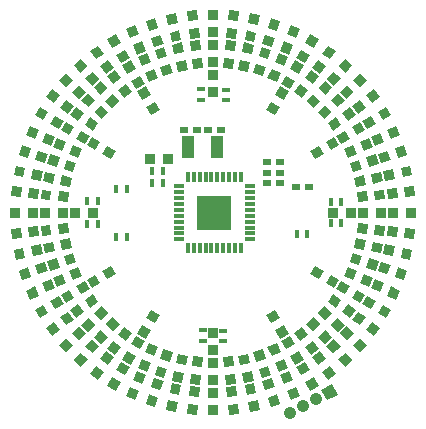
<source format=gts>
G04 #@! TF.FileFunction,Soldermask,Top*
%FSLAX46Y46*%
G04 Gerber Fmt 4.6, Leading zero omitted, Abs format (unit mm)*
G04 Created by KiCad (PCBNEW 4.0.6) date 02/04/18 20:59:17*
%MOMM*%
%LPD*%
G01*
G04 APERTURE LIST*
%ADD10C,0.100000*%
%ADD11R,0.440000X0.640000*%
%ADD12R,0.840000X0.840000*%
%ADD13R,0.640000X0.440000*%
%ADD14R,0.370000X0.940000*%
%ADD15R,0.940000X0.370000*%
%ADD16R,2.940000X2.940000*%
%ADD17C,0.340000*%
%ADD18R,0.640000X0.540000*%
%ADD19R,1.140000X1.940000*%
%ADD20C,1.040000*%
G04 APERTURE END LIST*
D10*
D11*
X94310000Y-108920000D03*
X93410000Y-108920000D03*
X108530000Y-110570000D03*
X109430000Y-110570000D03*
D10*
G36*
X104539731Y-101915483D02*
X103812269Y-101495483D01*
X104232269Y-100768021D01*
X104959731Y-101188021D01*
X104539731Y-101915483D01*
X104539731Y-101915483D01*
G37*
G36*
X103789731Y-103214521D02*
X103062269Y-102794521D01*
X103482269Y-102067059D01*
X104209731Y-102487059D01*
X103789731Y-103214521D01*
X103789731Y-103214521D01*
G37*
D12*
X98550000Y-99778000D03*
X98550000Y-101278000D03*
D10*
G36*
X93287731Y-101495483D02*
X92560269Y-101915483D01*
X92140269Y-101188021D01*
X92867731Y-100768021D01*
X93287731Y-101495483D01*
X93287731Y-101495483D01*
G37*
G36*
X94037731Y-102794521D02*
X93310269Y-103214521D01*
X92890269Y-102487059D01*
X93617731Y-102067059D01*
X94037731Y-102794521D01*
X94037731Y-102794521D01*
G37*
G36*
X89015483Y-105460269D02*
X88595483Y-106187731D01*
X87868021Y-105767731D01*
X88288021Y-105040269D01*
X89015483Y-105460269D01*
X89015483Y-105460269D01*
G37*
G36*
X90314521Y-106210269D02*
X89894521Y-106937731D01*
X89167059Y-106517731D01*
X89587059Y-105790269D01*
X90314521Y-106210269D01*
X90314521Y-106210269D01*
G37*
D12*
X86878000Y-111450000D03*
X88378000Y-111450000D03*
D10*
G36*
X88595483Y-116712268D02*
X89015483Y-117439730D01*
X88288021Y-117859730D01*
X87868021Y-117132268D01*
X88595483Y-116712268D01*
X88595483Y-116712268D01*
G37*
G36*
X89894521Y-115962268D02*
X90314521Y-116689730D01*
X89587059Y-117109730D01*
X89167059Y-116382268D01*
X89894521Y-115962268D01*
X89894521Y-115962268D01*
G37*
G36*
X92560270Y-120984517D02*
X93287732Y-121404517D01*
X92867732Y-122131979D01*
X92140270Y-121711979D01*
X92560270Y-120984517D01*
X92560270Y-120984517D01*
G37*
G36*
X93310270Y-119685479D02*
X94037732Y-120105479D01*
X93617732Y-120832941D01*
X92890270Y-120412941D01*
X93310270Y-119685479D01*
X93310270Y-119685479D01*
G37*
D12*
X98550000Y-123122000D03*
X98550000Y-121622000D03*
D10*
G36*
X103812269Y-121404517D02*
X104539731Y-120984517D01*
X104959731Y-121711979D01*
X104232269Y-122131979D01*
X103812269Y-121404517D01*
X103812269Y-121404517D01*
G37*
G36*
X103062269Y-120105479D02*
X103789731Y-119685479D01*
X104209731Y-120412941D01*
X103482269Y-120832941D01*
X103062269Y-120105479D01*
X103062269Y-120105479D01*
G37*
G36*
X108084517Y-117439730D02*
X108504517Y-116712268D01*
X109231979Y-117132268D01*
X108811979Y-117859730D01*
X108084517Y-117439730D01*
X108084517Y-117439730D01*
G37*
G36*
X106785479Y-116689730D02*
X107205479Y-115962268D01*
X107932941Y-116382268D01*
X107512941Y-117109730D01*
X106785479Y-116689730D01*
X106785479Y-116689730D01*
G37*
D12*
X110222000Y-111450000D03*
X108722000Y-111450000D03*
D11*
X108520000Y-112320000D03*
X109420000Y-112320000D03*
D10*
G36*
X112310347Y-110426043D02*
X112222543Y-109590645D01*
X113057941Y-109502841D01*
X113145745Y-110338239D01*
X112310347Y-110426043D01*
X112310347Y-110426043D01*
G37*
G36*
X110818565Y-110582835D02*
X110730761Y-109747437D01*
X111566159Y-109659633D01*
X111653963Y-110495031D01*
X110818565Y-110582835D01*
X110818565Y-110582835D01*
G37*
G36*
X112127935Y-108993304D02*
X111953289Y-108171660D01*
X112774933Y-107997014D01*
X112949579Y-108818658D01*
X112127935Y-108993304D01*
X112127935Y-108993304D01*
G37*
G36*
X110660713Y-109305172D02*
X110486067Y-108483528D01*
X111307711Y-108308882D01*
X111482357Y-109130526D01*
X110660713Y-109305172D01*
X110660713Y-109305172D01*
G37*
G36*
X111796757Y-107587482D02*
X111537183Y-106788594D01*
X112336071Y-106529020D01*
X112595645Y-107327908D01*
X111796757Y-107587482D01*
X111796757Y-107587482D01*
G37*
G36*
X110370173Y-108051008D02*
X110110599Y-107252120D01*
X110909487Y-106992546D01*
X111169061Y-107791434D01*
X110370173Y-108051008D01*
X110370173Y-108051008D01*
G37*
G36*
X111320447Y-106223978D02*
X110978789Y-105456600D01*
X111746167Y-105114942D01*
X112087825Y-105882320D01*
X111320447Y-106223978D01*
X111320447Y-106223978D01*
G37*
G36*
X109950129Y-106834082D02*
X109608471Y-106066704D01*
X110375849Y-105725046D01*
X110717507Y-106492424D01*
X109950129Y-106834082D01*
X109950129Y-106834082D01*
G37*
G36*
X110704221Y-104917731D02*
X110284221Y-104190269D01*
X111011683Y-103770269D01*
X111431683Y-104497731D01*
X110704221Y-104917731D01*
X110704221Y-104917731D01*
G37*
G36*
X109405183Y-105667731D02*
X108985183Y-104940269D01*
X109712645Y-104520269D01*
X110132645Y-105247731D01*
X109405183Y-105667731D01*
X109405183Y-105667731D01*
G37*
G36*
X109954832Y-103683053D02*
X109461092Y-103003479D01*
X110140666Y-102509739D01*
X110634406Y-103189313D01*
X109954832Y-103683053D01*
X109954832Y-103683053D01*
G37*
G36*
X108741306Y-104564731D02*
X108247566Y-103885157D01*
X108927140Y-103391417D01*
X109420880Y-104070991D01*
X108741306Y-104564731D01*
X108741306Y-104564731D01*
G37*
G36*
X109080488Y-102533472D02*
X108518418Y-101909230D01*
X109142660Y-101347160D01*
X109704730Y-101971402D01*
X109080488Y-102533472D01*
X109080488Y-102533472D01*
G37*
G36*
X107965770Y-103537168D02*
X107403700Y-102912926D01*
X108027942Y-102350856D01*
X108590012Y-102975098D01*
X107965770Y-103537168D01*
X107965770Y-103537168D01*
G37*
G36*
X108090770Y-101481582D02*
X107466528Y-100919512D01*
X108028598Y-100295270D01*
X108652840Y-100857340D01*
X108090770Y-101481582D01*
X108090770Y-101481582D01*
G37*
G36*
X107087074Y-102596300D02*
X106462832Y-102034230D01*
X107024902Y-101409988D01*
X107649144Y-101972058D01*
X107087074Y-102596300D01*
X107087074Y-102596300D01*
G37*
G36*
X106996521Y-100538908D02*
X106316947Y-100045168D01*
X106810687Y-99365594D01*
X107490261Y-99859334D01*
X106996521Y-100538908D01*
X106996521Y-100538908D01*
G37*
G36*
X106114843Y-101752434D02*
X105435269Y-101258694D01*
X105929009Y-100579120D01*
X106608583Y-101072860D01*
X106114843Y-101752434D01*
X106114843Y-101752434D01*
G37*
G36*
X105809731Y-99715779D02*
X105082269Y-99295779D01*
X105502269Y-98568317D01*
X106229731Y-98988317D01*
X105809731Y-99715779D01*
X105809731Y-99715779D01*
G37*
G36*
X105059731Y-101014817D02*
X104332269Y-100594817D01*
X104752269Y-99867355D01*
X105479731Y-100287355D01*
X105059731Y-101014817D01*
X105059731Y-101014817D01*
G37*
G36*
X104543400Y-99021211D02*
X103776022Y-98679553D01*
X104117680Y-97912175D01*
X104885058Y-98253833D01*
X104543400Y-99021211D01*
X104543400Y-99021211D01*
G37*
G36*
X103933296Y-100391529D02*
X103165918Y-100049871D01*
X103507576Y-99282493D01*
X104274954Y-99624151D01*
X103933296Y-100391529D01*
X103933296Y-100391529D01*
G37*
G36*
X103211406Y-98462817D02*
X102412518Y-98203243D01*
X102672092Y-97404355D01*
X103470980Y-97663929D01*
X103211406Y-98462817D01*
X103211406Y-98462817D01*
G37*
G36*
X102747880Y-99889401D02*
X101948992Y-99629827D01*
X102208566Y-98830939D01*
X103007454Y-99090513D01*
X102747880Y-99889401D01*
X102747880Y-99889401D01*
G37*
D13*
X97520000Y-101900000D03*
X97520000Y-101000000D03*
D10*
G36*
X114836433Y-110160541D02*
X114748629Y-109325143D01*
X115584027Y-109237339D01*
X115671831Y-110072737D01*
X114836433Y-110160541D01*
X114836433Y-110160541D01*
G37*
G36*
X113344651Y-110317333D02*
X113256847Y-109481935D01*
X114092245Y-109394131D01*
X114180049Y-110229529D01*
X113344651Y-110317333D01*
X113344651Y-110317333D01*
G37*
G36*
X114612429Y-108465209D02*
X114437783Y-107643565D01*
X115259427Y-107468919D01*
X115434073Y-108290563D01*
X114612429Y-108465209D01*
X114612429Y-108465209D01*
G37*
G36*
X113145207Y-108777077D02*
X112970561Y-107955433D01*
X113792205Y-107780787D01*
X113966851Y-108602431D01*
X113145207Y-108777077D01*
X113145207Y-108777077D01*
G37*
G36*
X114212441Y-106802579D02*
X113952867Y-106003691D01*
X114751755Y-105744117D01*
X115011329Y-106543005D01*
X114212441Y-106802579D01*
X114212441Y-106802579D01*
G37*
G36*
X112785857Y-107266105D02*
X112526283Y-106467217D01*
X113325171Y-106207643D01*
X113584745Y-107006531D01*
X112785857Y-107266105D01*
X112785857Y-107266105D01*
G37*
G36*
X113640853Y-105190867D02*
X113299195Y-104423489D01*
X114066573Y-104081831D01*
X114408231Y-104849209D01*
X113640853Y-105190867D01*
X113640853Y-105190867D01*
G37*
G36*
X112270535Y-105800971D02*
X111928877Y-105033593D01*
X112696255Y-104691935D01*
X113037913Y-105459313D01*
X112270535Y-105800971D01*
X112270535Y-105800971D01*
G37*
G36*
X112903926Y-103647731D02*
X112483926Y-102920269D01*
X113211388Y-102500269D01*
X113631388Y-103227731D01*
X112903926Y-103647731D01*
X112903926Y-103647731D01*
G37*
G36*
X111604888Y-104397731D02*
X111184888Y-103670269D01*
X111912350Y-103250269D01*
X112332350Y-103977731D01*
X111604888Y-104397731D01*
X111604888Y-104397731D01*
G37*
G36*
X112009735Y-102190079D02*
X111515995Y-101510505D01*
X112195569Y-101016765D01*
X112689309Y-101696339D01*
X112009735Y-102190079D01*
X112009735Y-102190079D01*
G37*
G36*
X110796209Y-103071757D02*
X110302469Y-102392183D01*
X110982043Y-101898443D01*
X111475783Y-102578017D01*
X110796209Y-103071757D01*
X110796209Y-103071757D01*
G37*
G36*
X110968076Y-100833881D02*
X110406006Y-100209639D01*
X111030248Y-99647569D01*
X111592318Y-100271811D01*
X110968076Y-100833881D01*
X110968076Y-100833881D01*
G37*
G36*
X109853358Y-101837577D02*
X109291288Y-101213335D01*
X109915530Y-100651265D01*
X110477600Y-101275507D01*
X109853358Y-101837577D01*
X109853358Y-101837577D01*
G37*
G36*
X109790361Y-99593994D02*
X109166119Y-99031924D01*
X109728189Y-98407682D01*
X110352431Y-98969752D01*
X109790361Y-99593994D01*
X109790361Y-99593994D01*
G37*
G36*
X108786665Y-100708712D02*
X108162423Y-100146642D01*
X108724493Y-99522400D01*
X109348735Y-100084470D01*
X108786665Y-100708712D01*
X108786665Y-100708712D01*
G37*
G36*
X108489495Y-98484005D02*
X107809921Y-97990265D01*
X108303661Y-97310691D01*
X108983235Y-97804431D01*
X108489495Y-98484005D01*
X108489495Y-98484005D01*
G37*
G36*
X107607817Y-99697531D02*
X106928243Y-99203791D01*
X107421983Y-98524217D01*
X108101557Y-99017957D01*
X107607817Y-99697531D01*
X107607817Y-99697531D01*
G37*
G36*
X107079731Y-97516074D02*
X106352269Y-97096074D01*
X106772269Y-96368612D01*
X107499731Y-96788612D01*
X107079731Y-97516074D01*
X107079731Y-97516074D01*
G37*
G36*
X106329731Y-98815112D02*
X105602269Y-98395112D01*
X106022269Y-97667650D01*
X106749731Y-98087650D01*
X106329731Y-98815112D01*
X106329731Y-98815112D01*
G37*
G36*
X105576511Y-96700805D02*
X104809133Y-96359147D01*
X105150791Y-95591769D01*
X105918169Y-95933427D01*
X105576511Y-96700805D01*
X105576511Y-96700805D01*
G37*
G36*
X104966407Y-98071123D02*
X104199029Y-97729465D01*
X104540687Y-96962087D01*
X105308065Y-97303745D01*
X104966407Y-98071123D01*
X104966407Y-98071123D01*
G37*
G36*
X103996309Y-96047133D02*
X103197421Y-95787559D01*
X103456995Y-94988671D01*
X104255883Y-95248245D01*
X103996309Y-96047133D01*
X103996309Y-96047133D01*
G37*
G36*
X103532783Y-97473717D02*
X102733895Y-97214143D01*
X102993469Y-96415255D01*
X103792357Y-96674829D01*
X103532783Y-97473717D01*
X103532783Y-97473717D01*
G37*
D13*
X99640000Y-101940000D03*
X99640000Y-101040000D03*
D10*
G36*
X101828340Y-98046711D02*
X101006696Y-97872065D01*
X101181342Y-97050421D01*
X102002986Y-97225067D01*
X101828340Y-98046711D01*
X101828340Y-98046711D01*
G37*
G36*
X101516472Y-99513933D02*
X100694828Y-99339287D01*
X100869474Y-98517643D01*
X101691118Y-98692289D01*
X101516472Y-99513933D01*
X101516472Y-99513933D01*
G37*
G36*
X100409355Y-97777457D02*
X99573957Y-97689653D01*
X99661761Y-96854255D01*
X100497159Y-96942059D01*
X100409355Y-97777457D01*
X100409355Y-97777457D01*
G37*
G36*
X100252563Y-99269239D02*
X99417165Y-99181435D01*
X99504969Y-98346037D01*
X100340367Y-98433841D01*
X100252563Y-99269239D01*
X100252563Y-99269239D01*
G37*
D12*
X98550000Y-97238000D03*
X98550000Y-98738000D03*
D10*
G36*
X97526043Y-97689653D02*
X96690645Y-97777457D01*
X96602841Y-96942059D01*
X97438239Y-96854255D01*
X97526043Y-97689653D01*
X97526043Y-97689653D01*
G37*
G36*
X97682835Y-99181435D02*
X96847437Y-99269239D01*
X96759633Y-98433841D01*
X97595031Y-98346037D01*
X97682835Y-99181435D01*
X97682835Y-99181435D01*
G37*
G36*
X96093304Y-97872065D02*
X95271660Y-98046711D01*
X95097014Y-97225067D01*
X95918658Y-97050421D01*
X96093304Y-97872065D01*
X96093304Y-97872065D01*
G37*
G36*
X96405172Y-99339287D02*
X95583528Y-99513933D01*
X95408882Y-98692289D01*
X96230526Y-98517643D01*
X96405172Y-99339287D01*
X96405172Y-99339287D01*
G37*
G36*
X94687482Y-98203243D02*
X93888594Y-98462817D01*
X93629020Y-97663929D01*
X94427908Y-97404355D01*
X94687482Y-98203243D01*
X94687482Y-98203243D01*
G37*
G36*
X95151008Y-99629827D02*
X94352120Y-99889401D01*
X94092546Y-99090513D01*
X94891434Y-98830939D01*
X95151008Y-99629827D01*
X95151008Y-99629827D01*
G37*
G36*
X93323978Y-98679553D02*
X92556600Y-99021211D01*
X92214942Y-98253833D01*
X92982320Y-97912175D01*
X93323978Y-98679553D01*
X93323978Y-98679553D01*
G37*
G36*
X93934082Y-100049871D02*
X93166704Y-100391529D01*
X92825046Y-99624151D01*
X93592424Y-99282493D01*
X93934082Y-100049871D01*
X93934082Y-100049871D01*
G37*
G36*
X92017731Y-99295779D02*
X91290269Y-99715779D01*
X90870269Y-98988317D01*
X91597731Y-98568317D01*
X92017731Y-99295779D01*
X92017731Y-99295779D01*
G37*
G36*
X92767731Y-100594817D02*
X92040269Y-101014817D01*
X91620269Y-100287355D01*
X92347731Y-99867355D01*
X92767731Y-100594817D01*
X92767731Y-100594817D01*
G37*
G36*
X90783053Y-100045168D02*
X90103479Y-100538908D01*
X89609739Y-99859334D01*
X90289313Y-99365594D01*
X90783053Y-100045168D01*
X90783053Y-100045168D01*
G37*
G36*
X91664731Y-101258694D02*
X90985157Y-101752434D01*
X90491417Y-101072860D01*
X91170991Y-100579120D01*
X91664731Y-101258694D01*
X91664731Y-101258694D01*
G37*
G36*
X89633472Y-100919512D02*
X89009230Y-101481582D01*
X88447160Y-100857340D01*
X89071402Y-100295270D01*
X89633472Y-100919512D01*
X89633472Y-100919512D01*
G37*
G36*
X90637168Y-102034230D02*
X90012926Y-102596300D01*
X89450856Y-101972058D01*
X90075098Y-101409988D01*
X90637168Y-102034230D01*
X90637168Y-102034230D01*
G37*
G36*
X88581582Y-101909230D02*
X88019512Y-102533472D01*
X87395270Y-101971402D01*
X87957340Y-101347160D01*
X88581582Y-101909230D01*
X88581582Y-101909230D01*
G37*
G36*
X89696300Y-102912926D02*
X89134230Y-103537168D01*
X88509988Y-102975098D01*
X89072058Y-102350856D01*
X89696300Y-102912926D01*
X89696300Y-102912926D01*
G37*
G36*
X87638908Y-103003479D02*
X87145168Y-103683053D01*
X86465594Y-103189313D01*
X86959334Y-102509739D01*
X87638908Y-103003479D01*
X87638908Y-103003479D01*
G37*
G36*
X88852434Y-103885157D02*
X88358694Y-104564731D01*
X87679120Y-104070991D01*
X88172860Y-103391417D01*
X88852434Y-103885157D01*
X88852434Y-103885157D01*
G37*
D11*
X88790000Y-110500000D03*
X87890000Y-110500000D03*
D10*
G36*
X102356435Y-95562217D02*
X101534791Y-95387571D01*
X101709437Y-94565927D01*
X102531081Y-94740573D01*
X102356435Y-95562217D01*
X102356435Y-95562217D01*
G37*
G36*
X102044567Y-97029439D02*
X101222923Y-96854793D01*
X101397569Y-96033149D01*
X102219213Y-96207795D01*
X102044567Y-97029439D01*
X102044567Y-97029439D01*
G37*
G36*
X100674857Y-95251371D02*
X99839459Y-95163567D01*
X99927263Y-94328169D01*
X100762661Y-94415973D01*
X100674857Y-95251371D01*
X100674857Y-95251371D01*
G37*
G36*
X100518065Y-96743153D02*
X99682667Y-96655349D01*
X99770471Y-95819951D01*
X100605869Y-95907755D01*
X100518065Y-96743153D01*
X100518065Y-96743153D01*
G37*
D12*
X98550000Y-94698000D03*
X98550000Y-96198000D03*
D10*
G36*
X97260541Y-95163567D02*
X96425143Y-95251371D01*
X96337339Y-94415973D01*
X97172737Y-94328169D01*
X97260541Y-95163567D01*
X97260541Y-95163567D01*
G37*
G36*
X97417333Y-96655349D02*
X96581935Y-96743153D01*
X96494131Y-95907755D01*
X97329529Y-95819951D01*
X97417333Y-96655349D01*
X97417333Y-96655349D01*
G37*
G36*
X95565209Y-95387571D02*
X94743565Y-95562217D01*
X94568919Y-94740573D01*
X95390563Y-94565927D01*
X95565209Y-95387571D01*
X95565209Y-95387571D01*
G37*
G36*
X95877077Y-96854793D02*
X95055433Y-97029439D01*
X94880787Y-96207795D01*
X95702431Y-96033149D01*
X95877077Y-96854793D01*
X95877077Y-96854793D01*
G37*
G36*
X90747731Y-97096074D02*
X90020269Y-97516074D01*
X89600269Y-96788612D01*
X90327731Y-96368612D01*
X90747731Y-97096074D01*
X90747731Y-97096074D01*
G37*
G36*
X91497731Y-98395112D02*
X90770269Y-98815112D01*
X90350269Y-98087650D01*
X91077731Y-97667650D01*
X91497731Y-98395112D01*
X91497731Y-98395112D01*
G37*
G36*
X87933881Y-99031924D02*
X87309639Y-99593994D01*
X86747569Y-98969752D01*
X87371811Y-98407682D01*
X87933881Y-99031924D01*
X87933881Y-99031924D01*
G37*
G36*
X88937577Y-100146642D02*
X88313335Y-100708712D01*
X87751265Y-100084470D01*
X88375507Y-99522400D01*
X88937577Y-100146642D01*
X88937577Y-100146642D01*
G37*
G36*
X86693994Y-100209639D02*
X86131924Y-100833881D01*
X85507682Y-100271811D01*
X86069752Y-99647569D01*
X86693994Y-100209639D01*
X86693994Y-100209639D01*
G37*
G36*
X87808712Y-101213335D02*
X87246642Y-101837577D01*
X86622400Y-101275507D01*
X87184470Y-100651265D01*
X87808712Y-101213335D01*
X87808712Y-101213335D01*
G37*
G36*
X85584005Y-101510505D02*
X85090265Y-102190079D01*
X84410691Y-101696339D01*
X84904431Y-101016765D01*
X85584005Y-101510505D01*
X85584005Y-101510505D01*
G37*
G36*
X86797531Y-102392183D02*
X86303791Y-103071757D01*
X85624217Y-102578017D01*
X86117957Y-101898443D01*
X86797531Y-102392183D01*
X86797531Y-102392183D01*
G37*
D11*
X88810000Y-112420000D03*
X87910000Y-112420000D03*
D10*
G36*
X86815779Y-104190269D02*
X86395779Y-104917731D01*
X85668317Y-104497731D01*
X86088317Y-103770269D01*
X86815779Y-104190269D01*
X86815779Y-104190269D01*
G37*
G36*
X88114817Y-104940269D02*
X87694817Y-105667731D01*
X86967355Y-105247731D01*
X87387355Y-104520269D01*
X88114817Y-104940269D01*
X88114817Y-104940269D01*
G37*
G36*
X86121211Y-105456600D02*
X85779553Y-106223978D01*
X85012175Y-105882320D01*
X85353833Y-105114942D01*
X86121211Y-105456600D01*
X86121211Y-105456600D01*
G37*
G36*
X87491529Y-106066704D02*
X87149871Y-106834082D01*
X86382493Y-106492424D01*
X86724151Y-105725046D01*
X87491529Y-106066704D01*
X87491529Y-106066704D01*
G37*
G36*
X85562817Y-106788594D02*
X85303243Y-107587482D01*
X84504355Y-107327908D01*
X84763929Y-106529020D01*
X85562817Y-106788594D01*
X85562817Y-106788594D01*
G37*
G36*
X86989401Y-107252120D02*
X86729827Y-108051008D01*
X85930939Y-107791434D01*
X86190513Y-106992546D01*
X86989401Y-107252120D01*
X86989401Y-107252120D01*
G37*
G36*
X85146711Y-108171660D02*
X84972065Y-108993304D01*
X84150421Y-108818658D01*
X84325067Y-107997014D01*
X85146711Y-108171660D01*
X85146711Y-108171660D01*
G37*
G36*
X86613933Y-108483528D02*
X86439287Y-109305172D01*
X85617643Y-109130526D01*
X85792289Y-108308882D01*
X86613933Y-108483528D01*
X86613933Y-108483528D01*
G37*
G36*
X84877457Y-109590645D02*
X84789653Y-110426043D01*
X83954255Y-110338239D01*
X84042059Y-109502841D01*
X84877457Y-109590645D01*
X84877457Y-109590645D01*
G37*
G36*
X86369239Y-109747437D02*
X86281435Y-110582835D01*
X85446037Y-110495031D01*
X85533841Y-109659633D01*
X86369239Y-109747437D01*
X86369239Y-109747437D01*
G37*
D12*
X84338000Y-111450000D03*
X85838000Y-111450000D03*
D10*
G36*
X84789653Y-112473957D02*
X84877457Y-113309355D01*
X84042059Y-113397159D01*
X83954255Y-112561761D01*
X84789653Y-112473957D01*
X84789653Y-112473957D01*
G37*
G36*
X86281435Y-112317165D02*
X86369239Y-113152563D01*
X85533841Y-113240367D01*
X85446037Y-112404969D01*
X86281435Y-112317165D01*
X86281435Y-112317165D01*
G37*
G36*
X84972065Y-113906696D02*
X85146711Y-114728340D01*
X84325067Y-114902986D01*
X84150421Y-114081342D01*
X84972065Y-113906696D01*
X84972065Y-113906696D01*
G37*
G36*
X86439287Y-113594828D02*
X86613933Y-114416472D01*
X85792289Y-114591118D01*
X85617643Y-113769474D01*
X86439287Y-113594828D01*
X86439287Y-113594828D01*
G37*
G36*
X85303243Y-115312518D02*
X85562817Y-116111406D01*
X84763929Y-116370980D01*
X84504355Y-115572092D01*
X85303243Y-115312518D01*
X85303243Y-115312518D01*
G37*
G36*
X86729827Y-114848992D02*
X86989401Y-115647880D01*
X86190513Y-115907454D01*
X85930939Y-115108566D01*
X86729827Y-114848992D01*
X86729827Y-114848992D01*
G37*
G36*
X85779553Y-116676022D02*
X86121211Y-117443400D01*
X85353833Y-117785058D01*
X85012175Y-117017680D01*
X85779553Y-116676022D01*
X85779553Y-116676022D01*
G37*
G36*
X87149871Y-116065918D02*
X87491529Y-116833296D01*
X86724151Y-117174954D01*
X86382493Y-116407576D01*
X87149871Y-116065918D01*
X87149871Y-116065918D01*
G37*
G36*
X86395779Y-117982268D02*
X86815779Y-118709730D01*
X86088317Y-119129730D01*
X85668317Y-118402268D01*
X86395779Y-117982268D01*
X86395779Y-117982268D01*
G37*
G36*
X87694817Y-117232268D02*
X88114817Y-117959730D01*
X87387355Y-118379730D01*
X86967355Y-117652268D01*
X87694817Y-117232268D01*
X87694817Y-117232268D01*
G37*
G36*
X87145168Y-119216947D02*
X87638908Y-119896521D01*
X86959334Y-120390261D01*
X86465594Y-119710687D01*
X87145168Y-119216947D01*
X87145168Y-119216947D01*
G37*
G36*
X88358694Y-118335269D02*
X88852434Y-119014843D01*
X88172860Y-119508583D01*
X87679120Y-118829009D01*
X88358694Y-118335269D01*
X88358694Y-118335269D01*
G37*
G36*
X83800805Y-104423489D02*
X83459147Y-105190867D01*
X82691769Y-104849209D01*
X83033427Y-104081831D01*
X83800805Y-104423489D01*
X83800805Y-104423489D01*
G37*
G36*
X85171123Y-105033593D02*
X84829465Y-105800971D01*
X84062087Y-105459313D01*
X84403745Y-104691935D01*
X85171123Y-105033593D01*
X85171123Y-105033593D01*
G37*
G36*
X83147133Y-106003691D02*
X82887559Y-106802579D01*
X82088671Y-106543005D01*
X82348245Y-105744117D01*
X83147133Y-106003691D01*
X83147133Y-106003691D01*
G37*
G36*
X84573717Y-106467217D02*
X84314143Y-107266105D01*
X83515255Y-107006531D01*
X83774829Y-106207643D01*
X84573717Y-106467217D01*
X84573717Y-106467217D01*
G37*
G36*
X82351371Y-109325143D02*
X82263567Y-110160541D01*
X81428169Y-110072737D01*
X81515973Y-109237339D01*
X82351371Y-109325143D01*
X82351371Y-109325143D01*
G37*
G36*
X83843153Y-109481935D02*
X83755349Y-110317333D01*
X82919951Y-110229529D01*
X83007755Y-109394131D01*
X83843153Y-109481935D01*
X83843153Y-109481935D01*
G37*
D12*
X81798000Y-111450000D03*
X83298000Y-111450000D03*
D10*
G36*
X82263567Y-112739459D02*
X82351371Y-113574857D01*
X81515973Y-113662661D01*
X81428169Y-112827263D01*
X82263567Y-112739459D01*
X82263567Y-112739459D01*
G37*
G36*
X83755349Y-112582667D02*
X83843153Y-113418065D01*
X83007755Y-113505869D01*
X82919951Y-112670471D01*
X83755349Y-112582667D01*
X83755349Y-112582667D01*
G37*
G36*
X82487571Y-114434791D02*
X82662217Y-115256435D01*
X81840573Y-115431081D01*
X81665927Y-114609437D01*
X82487571Y-114434791D01*
X82487571Y-114434791D01*
G37*
G36*
X83954793Y-114122923D02*
X84129439Y-114944567D01*
X83307795Y-115119213D01*
X83133149Y-114297569D01*
X83954793Y-114122923D01*
X83954793Y-114122923D01*
G37*
G36*
X82887559Y-116097421D02*
X83147133Y-116896309D01*
X82348245Y-117155883D01*
X82088671Y-116356995D01*
X82887559Y-116097421D01*
X82887559Y-116097421D01*
G37*
G36*
X84314143Y-115633895D02*
X84573717Y-116432783D01*
X83774829Y-116692357D01*
X83515255Y-115893469D01*
X84314143Y-115633895D01*
X84314143Y-115633895D01*
G37*
G36*
X83459147Y-117709133D02*
X83800805Y-118476511D01*
X83033427Y-118818169D01*
X82691769Y-118050791D01*
X83459147Y-117709133D01*
X83459147Y-117709133D01*
G37*
G36*
X84829465Y-117099029D02*
X85171123Y-117866407D01*
X84403745Y-118208065D01*
X84062087Y-117440687D01*
X84829465Y-117099029D01*
X84829465Y-117099029D01*
G37*
G36*
X84196074Y-119252268D02*
X84616074Y-119979730D01*
X83888612Y-120399730D01*
X83468612Y-119672268D01*
X84196074Y-119252268D01*
X84196074Y-119252268D01*
G37*
G36*
X85495112Y-118502268D02*
X85915112Y-119229730D01*
X85187650Y-119649730D01*
X84767650Y-118922268D01*
X85495112Y-118502268D01*
X85495112Y-118502268D01*
G37*
G36*
X85090265Y-120709921D02*
X85584005Y-121389495D01*
X84904431Y-121883235D01*
X84410691Y-121203661D01*
X85090265Y-120709921D01*
X85090265Y-120709921D01*
G37*
G36*
X86303791Y-119828243D02*
X86797531Y-120507817D01*
X86117957Y-121001557D01*
X85624217Y-120321983D01*
X86303791Y-119828243D01*
X86303791Y-119828243D01*
G37*
D11*
X91280000Y-109460000D03*
X90380000Y-109460000D03*
D10*
G36*
X88019512Y-120366528D02*
X88581582Y-120990770D01*
X87957340Y-121552840D01*
X87395270Y-120928598D01*
X88019512Y-120366528D01*
X88019512Y-120366528D01*
G37*
G36*
X89134230Y-119362832D02*
X89696300Y-119987074D01*
X89072058Y-120549144D01*
X88509988Y-119924902D01*
X89134230Y-119362832D01*
X89134230Y-119362832D01*
G37*
G36*
X89009230Y-121418418D02*
X89633472Y-121980488D01*
X89071402Y-122604730D01*
X88447160Y-122042660D01*
X89009230Y-121418418D01*
X89009230Y-121418418D01*
G37*
G36*
X90012926Y-120303700D02*
X90637168Y-120865770D01*
X90075098Y-121490012D01*
X89450856Y-120927942D01*
X90012926Y-120303700D01*
X90012926Y-120303700D01*
G37*
G36*
X90103479Y-122361092D02*
X90783053Y-122854832D01*
X90289313Y-123534406D01*
X89609739Y-123040666D01*
X90103479Y-122361092D01*
X90103479Y-122361092D01*
G37*
G36*
X90985157Y-121147566D02*
X91664731Y-121641306D01*
X91170991Y-122320880D01*
X90491417Y-121827140D01*
X90985157Y-121147566D01*
X90985157Y-121147566D01*
G37*
G36*
X91290270Y-123184221D02*
X92017732Y-123604221D01*
X91597732Y-124331683D01*
X90870270Y-123911683D01*
X91290270Y-123184221D01*
X91290270Y-123184221D01*
G37*
G36*
X92040270Y-121885183D02*
X92767732Y-122305183D01*
X92347732Y-123032645D01*
X91620270Y-122612645D01*
X92040270Y-121885183D01*
X92040270Y-121885183D01*
G37*
G36*
X92556600Y-123878789D02*
X93323978Y-124220447D01*
X92982320Y-124987825D01*
X92214942Y-124646167D01*
X92556600Y-123878789D01*
X92556600Y-123878789D01*
G37*
G36*
X93166704Y-122508471D02*
X93934082Y-122850129D01*
X93592424Y-123617507D01*
X92825046Y-123275849D01*
X93166704Y-122508471D01*
X93166704Y-122508471D01*
G37*
G36*
X93888594Y-124437183D02*
X94687482Y-124696757D01*
X94427908Y-125495645D01*
X93629020Y-125236071D01*
X93888594Y-124437183D01*
X93888594Y-124437183D01*
G37*
G36*
X94352120Y-123010599D02*
X95151008Y-123270173D01*
X94891434Y-124069061D01*
X94092546Y-123809487D01*
X94352120Y-123010599D01*
X94352120Y-123010599D01*
G37*
G36*
X95271660Y-124853289D02*
X96093304Y-125027935D01*
X95918658Y-125849579D01*
X95097014Y-125674933D01*
X95271660Y-124853289D01*
X95271660Y-124853289D01*
G37*
G36*
X95583528Y-123386067D02*
X96405172Y-123560713D01*
X96230526Y-124382357D01*
X95408882Y-124207711D01*
X95583528Y-123386067D01*
X95583528Y-123386067D01*
G37*
G36*
X96690645Y-125122543D02*
X97526043Y-125210347D01*
X97438239Y-126045745D01*
X96602841Y-125957941D01*
X96690645Y-125122543D01*
X96690645Y-125122543D01*
G37*
G36*
X96847437Y-123630761D02*
X97682835Y-123718565D01*
X97595031Y-124553963D01*
X96759633Y-124466159D01*
X96847437Y-123630761D01*
X96847437Y-123630761D01*
G37*
D12*
X98550000Y-125662000D03*
X98550000Y-124162000D03*
D10*
G36*
X99573957Y-125210347D02*
X100409355Y-125122543D01*
X100497159Y-125957941D01*
X99661761Y-126045745D01*
X99573957Y-125210347D01*
X99573957Y-125210347D01*
G37*
G36*
X99417165Y-123718565D02*
X100252563Y-123630761D01*
X100340367Y-124466159D01*
X99504969Y-124553963D01*
X99417165Y-123718565D01*
X99417165Y-123718565D01*
G37*
G36*
X101006696Y-125027935D02*
X101828340Y-124853289D01*
X102002986Y-125674933D01*
X101181342Y-125849579D01*
X101006696Y-125027935D01*
X101006696Y-125027935D01*
G37*
G36*
X100694828Y-123560713D02*
X101516472Y-123386067D01*
X101691118Y-124207711D01*
X100869474Y-124382357D01*
X100694828Y-123560713D01*
X100694828Y-123560713D01*
G37*
G36*
X102412518Y-124696757D02*
X103211406Y-124437183D01*
X103470980Y-125236071D01*
X102672092Y-125495645D01*
X102412518Y-124696757D01*
X102412518Y-124696757D01*
G37*
G36*
X101948992Y-123270173D02*
X102747880Y-123010599D01*
X103007454Y-123809487D01*
X102208566Y-124069061D01*
X101948992Y-123270173D01*
X101948992Y-123270173D01*
G37*
D13*
X99430000Y-121440000D03*
X99430000Y-122340000D03*
D10*
G36*
X86131924Y-122066119D02*
X86693994Y-122690361D01*
X86069752Y-123252431D01*
X85507682Y-122628189D01*
X86131924Y-122066119D01*
X86131924Y-122066119D01*
G37*
G36*
X87246642Y-121062423D02*
X87808712Y-121686665D01*
X87184470Y-122248735D01*
X86622400Y-121624493D01*
X87246642Y-121062423D01*
X87246642Y-121062423D01*
G37*
G36*
X87309639Y-123306006D02*
X87933881Y-123868076D01*
X87371811Y-124492318D01*
X86747569Y-123930248D01*
X87309639Y-123306006D01*
X87309639Y-123306006D01*
G37*
G36*
X88313335Y-122191288D02*
X88937577Y-122753358D01*
X88375507Y-123377600D01*
X87751265Y-122815530D01*
X88313335Y-122191288D01*
X88313335Y-122191288D01*
G37*
G36*
X88610505Y-124415995D02*
X89290079Y-124909735D01*
X88796339Y-125589309D01*
X88116765Y-125095569D01*
X88610505Y-124415995D01*
X88610505Y-124415995D01*
G37*
G36*
X89492183Y-123202469D02*
X90171757Y-123696209D01*
X89678017Y-124375783D01*
X88998443Y-123882043D01*
X89492183Y-123202469D01*
X89492183Y-123202469D01*
G37*
G36*
X90020270Y-125383926D02*
X90747732Y-125803926D01*
X90327732Y-126531388D01*
X89600270Y-126111388D01*
X90020270Y-125383926D01*
X90020270Y-125383926D01*
G37*
G36*
X90770270Y-124084888D02*
X91497732Y-124504888D01*
X91077732Y-125232350D01*
X90350270Y-124812350D01*
X90770270Y-124084888D01*
X90770270Y-124084888D01*
G37*
G36*
X91523489Y-126199195D02*
X92290867Y-126540853D01*
X91949209Y-127308231D01*
X91181831Y-126966573D01*
X91523489Y-126199195D01*
X91523489Y-126199195D01*
G37*
G36*
X92133593Y-124828877D02*
X92900971Y-125170535D01*
X92559313Y-125937913D01*
X91791935Y-125596255D01*
X92133593Y-124828877D01*
X92133593Y-124828877D01*
G37*
G36*
X94743565Y-127337783D02*
X95565209Y-127512429D01*
X95390563Y-128334073D01*
X94568919Y-128159427D01*
X94743565Y-127337783D01*
X94743565Y-127337783D01*
G37*
G36*
X95055433Y-125870561D02*
X95877077Y-126045207D01*
X95702431Y-126866851D01*
X94880787Y-126692205D01*
X95055433Y-125870561D01*
X95055433Y-125870561D01*
G37*
G36*
X96425143Y-127648629D02*
X97260541Y-127736433D01*
X97172737Y-128571831D01*
X96337339Y-128484027D01*
X96425143Y-127648629D01*
X96425143Y-127648629D01*
G37*
G36*
X96581935Y-126156847D02*
X97417333Y-126244651D01*
X97329529Y-127080049D01*
X96494131Y-126992245D01*
X96581935Y-126156847D01*
X96581935Y-126156847D01*
G37*
D12*
X98550000Y-128202000D03*
X98550000Y-126702000D03*
D10*
G36*
X99839459Y-127736433D02*
X100674857Y-127648629D01*
X100762661Y-128484027D01*
X99927263Y-128571831D01*
X99839459Y-127736433D01*
X99839459Y-127736433D01*
G37*
G36*
X99682667Y-126244651D02*
X100518065Y-126156847D01*
X100605869Y-126992245D01*
X99770471Y-127080049D01*
X99682667Y-126244651D01*
X99682667Y-126244651D01*
G37*
G36*
X101534791Y-127512429D02*
X102356435Y-127337783D01*
X102531081Y-128159427D01*
X101709437Y-128334073D01*
X101534791Y-127512429D01*
X101534791Y-127512429D01*
G37*
G36*
X101222923Y-126045207D02*
X102044567Y-125870561D01*
X102219213Y-126692205D01*
X101397569Y-126866851D01*
X101222923Y-126045207D01*
X101222923Y-126045207D01*
G37*
G36*
X103197421Y-127112441D02*
X103996309Y-126852867D01*
X104255883Y-127651755D01*
X103456995Y-127911329D01*
X103197421Y-127112441D01*
X103197421Y-127112441D01*
G37*
G36*
X102733895Y-125685857D02*
X103532783Y-125426283D01*
X103792357Y-126225171D01*
X102993469Y-126484745D01*
X102733895Y-125685857D01*
X102733895Y-125685857D01*
G37*
G36*
X105082269Y-123604221D02*
X105809731Y-123184221D01*
X106229731Y-123911683D01*
X105502269Y-124331683D01*
X105082269Y-123604221D01*
X105082269Y-123604221D01*
G37*
G36*
X104332269Y-122305183D02*
X105059731Y-121885183D01*
X105479731Y-122612645D01*
X104752269Y-123032645D01*
X104332269Y-122305183D01*
X104332269Y-122305183D01*
G37*
G36*
X106316947Y-122854832D02*
X106996521Y-122361092D01*
X107490261Y-123040666D01*
X106810687Y-123534406D01*
X106316947Y-122854832D01*
X106316947Y-122854832D01*
G37*
G36*
X105435269Y-121641306D02*
X106114843Y-121147566D01*
X106608583Y-121827140D01*
X105929009Y-122320880D01*
X105435269Y-121641306D01*
X105435269Y-121641306D01*
G37*
G36*
X108518418Y-120990770D02*
X109080488Y-120366528D01*
X109704730Y-120928598D01*
X109142660Y-121552840D01*
X108518418Y-120990770D01*
X108518418Y-120990770D01*
G37*
G36*
X107403700Y-119987074D02*
X107965770Y-119362832D01*
X108590012Y-119924902D01*
X108027942Y-120549144D01*
X107403700Y-119987074D01*
X107403700Y-119987074D01*
G37*
G36*
X110284221Y-118709730D02*
X110704221Y-117982268D01*
X111431683Y-118402268D01*
X111011683Y-119129730D01*
X110284221Y-118709730D01*
X110284221Y-118709730D01*
G37*
G36*
X108985183Y-117959730D02*
X109405183Y-117232268D01*
X110132645Y-117652268D01*
X109712645Y-118379730D01*
X108985183Y-117959730D01*
X108985183Y-117959730D01*
G37*
G36*
X110978789Y-117443400D02*
X111320447Y-116676022D01*
X112087825Y-117017680D01*
X111746167Y-117785058D01*
X110978789Y-117443400D01*
X110978789Y-117443400D01*
G37*
G36*
X109608471Y-116833296D02*
X109950129Y-116065918D01*
X110717507Y-116407576D01*
X110375849Y-117174954D01*
X109608471Y-116833296D01*
X109608471Y-116833296D01*
G37*
G36*
X111537183Y-116111406D02*
X111796757Y-115312518D01*
X112595645Y-115572092D01*
X112336071Y-116370980D01*
X111537183Y-116111406D01*
X111537183Y-116111406D01*
G37*
G36*
X110110599Y-115647880D02*
X110370173Y-114848992D01*
X111169061Y-115108566D01*
X110909487Y-115907454D01*
X110110599Y-115647880D01*
X110110599Y-115647880D01*
G37*
G36*
X111953289Y-114728340D02*
X112127935Y-113906696D01*
X112949579Y-114081342D01*
X112774933Y-114902986D01*
X111953289Y-114728340D01*
X111953289Y-114728340D01*
G37*
G36*
X110486067Y-114416472D02*
X110660713Y-113594828D01*
X111482357Y-113769474D01*
X111307711Y-114591118D01*
X110486067Y-114416472D01*
X110486067Y-114416472D01*
G37*
G36*
X112222543Y-113309355D02*
X112310347Y-112473957D01*
X113145745Y-112561761D01*
X113057941Y-113397159D01*
X112222543Y-113309355D01*
X112222543Y-113309355D01*
G37*
G36*
X110730761Y-113152563D02*
X110818565Y-112317165D01*
X111653963Y-112404969D01*
X111566159Y-113240367D01*
X110730761Y-113152563D01*
X110730761Y-113152563D01*
G37*
D12*
X112762000Y-111450000D03*
X111262000Y-111450000D03*
D11*
X105640000Y-113300000D03*
X106540000Y-113300000D03*
D10*
G36*
X104809133Y-126540853D02*
X105576511Y-126199195D01*
X105918169Y-126966573D01*
X105150791Y-127308231D01*
X104809133Y-126540853D01*
X104809133Y-126540853D01*
G37*
G36*
X104199029Y-125170535D02*
X104966407Y-124828877D01*
X105308065Y-125596255D01*
X104540687Y-125937913D01*
X104199029Y-125170535D01*
X104199029Y-125170535D01*
G37*
G36*
X106352269Y-125803926D02*
X107079731Y-125383926D01*
X107499731Y-126111388D01*
X106772269Y-126531388D01*
X106352269Y-125803926D01*
X106352269Y-125803926D01*
G37*
G36*
X105602269Y-124504888D02*
X106329731Y-124084888D01*
X106749731Y-124812350D01*
X106022269Y-125232350D01*
X105602269Y-124504888D01*
X105602269Y-124504888D01*
G37*
G36*
X107809921Y-124909735D02*
X108489495Y-124415995D01*
X108983235Y-125095569D01*
X108303661Y-125589309D01*
X107809921Y-124909735D01*
X107809921Y-124909735D01*
G37*
G36*
X106928243Y-123696209D02*
X107607817Y-123202469D01*
X108101557Y-123882043D01*
X107421983Y-124375783D01*
X106928243Y-123696209D01*
X106928243Y-123696209D01*
G37*
G36*
X109166119Y-123868076D02*
X109790361Y-123306006D01*
X110352431Y-123930248D01*
X109728189Y-124492318D01*
X109166119Y-123868076D01*
X109166119Y-123868076D01*
G37*
G36*
X108162423Y-122753358D02*
X108786665Y-122191288D01*
X109348735Y-122815530D01*
X108724493Y-123377600D01*
X108162423Y-122753358D01*
X108162423Y-122753358D01*
G37*
G36*
X110406006Y-122690361D02*
X110968076Y-122066119D01*
X111592318Y-122628189D01*
X111030248Y-123252431D01*
X110406006Y-122690361D01*
X110406006Y-122690361D01*
G37*
G36*
X109291288Y-121686665D02*
X109853358Y-121062423D01*
X110477600Y-121624493D01*
X109915530Y-122248735D01*
X109291288Y-121686665D01*
X109291288Y-121686665D01*
G37*
G36*
X111515995Y-121389495D02*
X112009735Y-120709921D01*
X112689309Y-121203661D01*
X112195569Y-121883235D01*
X111515995Y-121389495D01*
X111515995Y-121389495D01*
G37*
G36*
X110302469Y-120507817D02*
X110796209Y-119828243D01*
X111475783Y-120321983D01*
X110982043Y-121001557D01*
X110302469Y-120507817D01*
X110302469Y-120507817D01*
G37*
G36*
X112483926Y-119979730D02*
X112903926Y-119252268D01*
X113631388Y-119672268D01*
X113211388Y-120399730D01*
X112483926Y-119979730D01*
X112483926Y-119979730D01*
G37*
G36*
X111184888Y-119229730D02*
X111604888Y-118502268D01*
X112332350Y-118922268D01*
X111912350Y-119649730D01*
X111184888Y-119229730D01*
X111184888Y-119229730D01*
G37*
G36*
X113299195Y-118476511D02*
X113640853Y-117709133D01*
X114408231Y-118050791D01*
X114066573Y-118818169D01*
X113299195Y-118476511D01*
X113299195Y-118476511D01*
G37*
G36*
X111928877Y-117866407D02*
X112270535Y-117099029D01*
X113037913Y-117440687D01*
X112696255Y-118208065D01*
X111928877Y-117866407D01*
X111928877Y-117866407D01*
G37*
G36*
X113952867Y-116896309D02*
X114212441Y-116097421D01*
X115011329Y-116356995D01*
X114751755Y-117155883D01*
X113952867Y-116896309D01*
X113952867Y-116896309D01*
G37*
G36*
X112526283Y-116432783D02*
X112785857Y-115633895D01*
X113584745Y-115893469D01*
X113325171Y-116692357D01*
X112526283Y-116432783D01*
X112526283Y-116432783D01*
G37*
G36*
X114437783Y-115256435D02*
X114612429Y-114434791D01*
X115434073Y-114609437D01*
X115259427Y-115431081D01*
X114437783Y-115256435D01*
X114437783Y-115256435D01*
G37*
G36*
X112970561Y-114944567D02*
X113145207Y-114122923D01*
X113966851Y-114297569D01*
X113792205Y-115119213D01*
X112970561Y-114944567D01*
X112970561Y-114944567D01*
G37*
G36*
X114748629Y-113574857D02*
X114836433Y-112739459D01*
X115671831Y-112827263D01*
X115584027Y-113662661D01*
X114748629Y-113574857D01*
X114748629Y-113574857D01*
G37*
G36*
X113256847Y-113418065D02*
X113344651Y-112582667D01*
X114180049Y-112670471D01*
X114092245Y-113505869D01*
X113256847Y-113418065D01*
X113256847Y-113418065D01*
G37*
D12*
X115302000Y-111450000D03*
X113802000Y-111450000D03*
D11*
X93410000Y-107930000D03*
X94310000Y-107930000D03*
D14*
X100920000Y-108470000D03*
X100420000Y-108470000D03*
X99920000Y-108470000D03*
X99420000Y-108470000D03*
X98920000Y-108470000D03*
X98420000Y-108470000D03*
X97920000Y-108470000D03*
X97420000Y-108470000D03*
X96920000Y-108470000D03*
X96420000Y-108470000D03*
D15*
X95670000Y-111220000D03*
X95670000Y-110720000D03*
X95670000Y-110220000D03*
X95670000Y-109720000D03*
X95670000Y-109220000D03*
X95670000Y-111720000D03*
X95670000Y-112220000D03*
X95670000Y-112720000D03*
X95670000Y-113220000D03*
X95670000Y-113720000D03*
X101670000Y-111220000D03*
X101670000Y-110720000D03*
X101670000Y-110220000D03*
X101670000Y-109720000D03*
X101670000Y-109220000D03*
X101670000Y-111720000D03*
X101670000Y-112220000D03*
X101670000Y-112720000D03*
X101670000Y-113220000D03*
X101670000Y-113720000D03*
D14*
X98920000Y-114470000D03*
X99420000Y-114470000D03*
X99920000Y-114470000D03*
X100420000Y-114470000D03*
X100920000Y-114470000D03*
X98420000Y-114470000D03*
X97920000Y-114470000D03*
X97420000Y-114470000D03*
X96920000Y-114470000D03*
X96420000Y-114470000D03*
D16*
X98670000Y-111470000D03*
D17*
X98670000Y-111470000D03*
X97670000Y-111470000D03*
X97670000Y-110470000D03*
X98670000Y-110470000D03*
X99670000Y-110470000D03*
X99670000Y-111470000D03*
X99670000Y-112470000D03*
X98670000Y-112470000D03*
X97670000Y-112470000D03*
D18*
X97220000Y-104420000D03*
X96120000Y-104420000D03*
X98150000Y-104420000D03*
X99250000Y-104420000D03*
X103100000Y-108980000D03*
X104200000Y-108980000D03*
X106680000Y-109300000D03*
X105580000Y-109300000D03*
X103100000Y-108080000D03*
X104200000Y-108080000D03*
X103100000Y-107150000D03*
X104200000Y-107150000D03*
D10*
G36*
X108504517Y-106187731D02*
X108084517Y-105460269D01*
X108811979Y-105040269D01*
X109231979Y-105767731D01*
X108504517Y-106187731D01*
X108504517Y-106187731D01*
G37*
G36*
X107205479Y-106937731D02*
X106785479Y-106210269D01*
X107512941Y-105790269D01*
X107932941Y-106517731D01*
X107205479Y-106937731D01*
X107205479Y-106937731D01*
G37*
G36*
X84616074Y-102920269D02*
X84196074Y-103647731D01*
X83468612Y-103227731D01*
X83888612Y-102500269D01*
X84616074Y-102920269D01*
X84616074Y-102920269D01*
G37*
G36*
X85915112Y-103670269D02*
X85495112Y-104397731D01*
X84767650Y-103977731D01*
X85187650Y-103250269D01*
X85915112Y-103670269D01*
X85915112Y-103670269D01*
G37*
D19*
X98920000Y-105900000D03*
X96420000Y-105900000D03*
D10*
G36*
X93103691Y-126852867D02*
X93902579Y-127112441D01*
X93643005Y-127911329D01*
X92844117Y-127651755D01*
X93103691Y-126852867D01*
X93103691Y-126852867D01*
G37*
G36*
X93567217Y-125426283D02*
X94366105Y-125685857D01*
X94106531Y-126484745D01*
X93307643Y-126225171D01*
X93567217Y-125426283D01*
X93567217Y-125426283D01*
G37*
G36*
X107466528Y-121980488D02*
X108090770Y-121418418D01*
X108652840Y-122042660D01*
X108028598Y-122604730D01*
X107466528Y-121980488D01*
X107466528Y-121980488D01*
G37*
G36*
X106462832Y-120865770D02*
X107087074Y-120303700D01*
X107649144Y-120927942D01*
X107024902Y-121490012D01*
X106462832Y-120865770D01*
X106462832Y-120865770D01*
G37*
G36*
X109461092Y-119896521D02*
X109954832Y-119216947D01*
X110634406Y-119710687D01*
X110140666Y-120390261D01*
X109461092Y-119896521D01*
X109461092Y-119896521D01*
G37*
G36*
X108247566Y-119014843D02*
X108741306Y-118335269D01*
X109420880Y-118829009D01*
X108927140Y-119508583D01*
X108247566Y-119014843D01*
X108247566Y-119014843D01*
G37*
G36*
X82662217Y-107643565D02*
X82487571Y-108465209D01*
X81665927Y-108290563D01*
X81840573Y-107468919D01*
X82662217Y-107643565D01*
X82662217Y-107643565D01*
G37*
G36*
X84129439Y-107955433D02*
X83954793Y-108777077D01*
X83133149Y-108602431D01*
X83307795Y-107780787D01*
X84129439Y-107955433D01*
X84129439Y-107955433D01*
G37*
G36*
X89290079Y-97990265D02*
X88610505Y-98484005D01*
X88116765Y-97804431D01*
X88796339Y-97310691D01*
X89290079Y-97990265D01*
X89290079Y-97990265D01*
G37*
G36*
X90171757Y-99203791D02*
X89492183Y-99697531D01*
X88998443Y-99017957D01*
X89678017Y-98524217D01*
X90171757Y-99203791D01*
X90171757Y-99203791D01*
G37*
G36*
X93902579Y-95787559D02*
X93103691Y-96047133D01*
X92844117Y-95248245D01*
X93643005Y-94988671D01*
X93902579Y-95787559D01*
X93902579Y-95787559D01*
G37*
G36*
X94366105Y-97214143D02*
X93567217Y-97473717D01*
X93307643Y-96674829D01*
X94106531Y-96415255D01*
X94366105Y-97214143D01*
X94366105Y-97214143D01*
G37*
D11*
X91250000Y-113520000D03*
X90350000Y-113520000D03*
D13*
X97680000Y-121430000D03*
X97680000Y-122330000D03*
D10*
G36*
X92290867Y-96359147D02*
X91523489Y-96700805D01*
X91181831Y-95933427D01*
X91949209Y-95591769D01*
X92290867Y-96359147D01*
X92290867Y-96359147D01*
G37*
G36*
X92900971Y-97729465D02*
X92133593Y-98071123D01*
X91791935Y-97303745D01*
X92559313Y-96962087D01*
X92900971Y-97729465D01*
X92900971Y-97729465D01*
G37*
G36*
X103776022Y-124220447D02*
X104543400Y-123878789D01*
X104885058Y-124646167D01*
X104117680Y-124987825D01*
X103776022Y-124220447D01*
X103776022Y-124220447D01*
G37*
G36*
X103165918Y-122850129D02*
X103933296Y-122508471D01*
X104274954Y-123275849D01*
X103507576Y-123617507D01*
X103165918Y-122850129D01*
X103165918Y-122850129D01*
G37*
G36*
X107735759Y-126432416D02*
X108662405Y-125960266D01*
X109134555Y-126886912D01*
X108207909Y-127359062D01*
X107735759Y-126432416D01*
X107735759Y-126432416D01*
G37*
D20*
X107303579Y-127236232D02*
X107303579Y-127236232D01*
X106172000Y-127812800D02*
X106172000Y-127812800D01*
X105040422Y-128389368D02*
X105040422Y-128389368D01*
D12*
X93204600Y-106883200D03*
X94704600Y-106883200D03*
M02*

</source>
